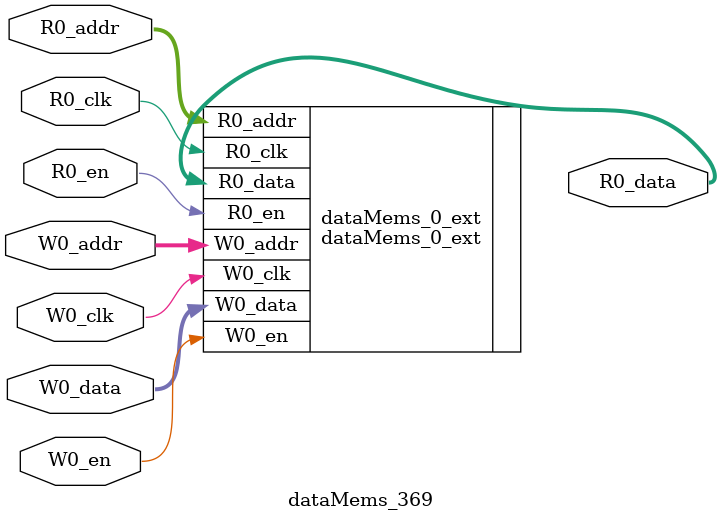
<source format=sv>
`ifndef RANDOMIZE
  `ifdef RANDOMIZE_REG_INIT
    `define RANDOMIZE
  `endif // RANDOMIZE_REG_INIT
`endif // not def RANDOMIZE
`ifndef RANDOMIZE
  `ifdef RANDOMIZE_MEM_INIT
    `define RANDOMIZE
  `endif // RANDOMIZE_MEM_INIT
`endif // not def RANDOMIZE

`ifndef RANDOM
  `define RANDOM $random
`endif // not def RANDOM

// Users can define 'PRINTF_COND' to add an extra gate to prints.
`ifndef PRINTF_COND_
  `ifdef PRINTF_COND
    `define PRINTF_COND_ (`PRINTF_COND)
  `else  // PRINTF_COND
    `define PRINTF_COND_ 1
  `endif // PRINTF_COND
`endif // not def PRINTF_COND_

// Users can define 'ASSERT_VERBOSE_COND' to add an extra gate to assert error printing.
`ifndef ASSERT_VERBOSE_COND_
  `ifdef ASSERT_VERBOSE_COND
    `define ASSERT_VERBOSE_COND_ (`ASSERT_VERBOSE_COND)
  `else  // ASSERT_VERBOSE_COND
    `define ASSERT_VERBOSE_COND_ 1
  `endif // ASSERT_VERBOSE_COND
`endif // not def ASSERT_VERBOSE_COND_

// Users can define 'STOP_COND' to add an extra gate to stop conditions.
`ifndef STOP_COND_
  `ifdef STOP_COND
    `define STOP_COND_ (`STOP_COND)
  `else  // STOP_COND
    `define STOP_COND_ 1
  `endif // STOP_COND
`endif // not def STOP_COND_

// Users can define INIT_RANDOM as general code that gets injected into the
// initializer block for modules with registers.
`ifndef INIT_RANDOM
  `define INIT_RANDOM
`endif // not def INIT_RANDOM

// If using random initialization, you can also define RANDOMIZE_DELAY to
// customize the delay used, otherwise 0.002 is used.
`ifndef RANDOMIZE_DELAY
  `define RANDOMIZE_DELAY 0.002
`endif // not def RANDOMIZE_DELAY

// Define INIT_RANDOM_PROLOG_ for use in our modules below.
`ifndef INIT_RANDOM_PROLOG_
  `ifdef RANDOMIZE
    `ifdef VERILATOR
      `define INIT_RANDOM_PROLOG_ `INIT_RANDOM
    `else  // VERILATOR
      `define INIT_RANDOM_PROLOG_ `INIT_RANDOM #`RANDOMIZE_DELAY begin end
    `endif // VERILATOR
  `else  // RANDOMIZE
    `define INIT_RANDOM_PROLOG_
  `endif // RANDOMIZE
`endif // not def INIT_RANDOM_PROLOG_

// Include register initializers in init blocks unless synthesis is set
`ifndef SYNTHESIS
  `ifndef ENABLE_INITIAL_REG_
    `define ENABLE_INITIAL_REG_
  `endif // not def ENABLE_INITIAL_REG_
`endif // not def SYNTHESIS

// Include rmemory initializers in init blocks unless synthesis is set
`ifndef SYNTHESIS
  `ifndef ENABLE_INITIAL_MEM_
    `define ENABLE_INITIAL_MEM_
  `endif // not def ENABLE_INITIAL_MEM_
`endif // not def SYNTHESIS

module dataMems_369(	// @[generators/ara/src/main/scala/UnsafeAXI4ToTL.scala:365:62]
  input  [4:0]  R0_addr,
  input         R0_en,
  input         R0_clk,
  output [66:0] R0_data,
  input  [4:0]  W0_addr,
  input         W0_en,
  input         W0_clk,
  input  [66:0] W0_data
);

  dataMems_0_ext dataMems_0_ext (	// @[generators/ara/src/main/scala/UnsafeAXI4ToTL.scala:365:62]
    .R0_addr (R0_addr),
    .R0_en   (R0_en),
    .R0_clk  (R0_clk),
    .R0_data (R0_data),
    .W0_addr (W0_addr),
    .W0_en   (W0_en),
    .W0_clk  (W0_clk),
    .W0_data (W0_data)
  );
endmodule


</source>
